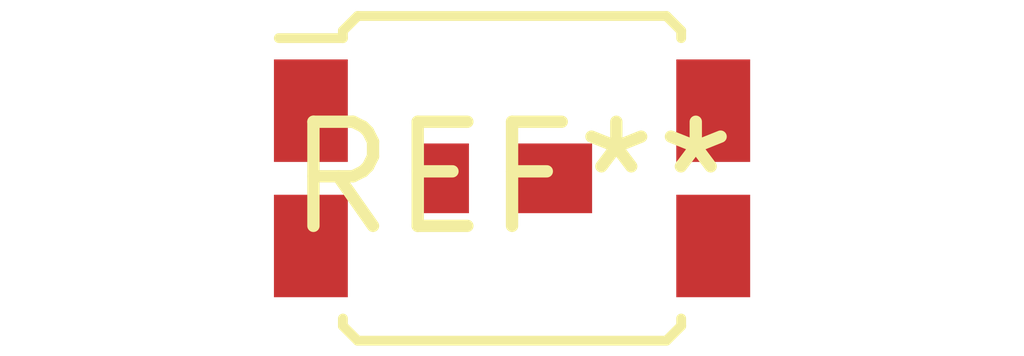
<source format=kicad_pcb>
(kicad_pcb (version 20240108) (generator pcbnew)
  (layers (0 "F.Cu" signal) (31 "B.Cu" signal) (34 "B.Paste" user) (35 "F.Paste" user) (36 "B.SilkS" user "B.Silkscreen") (37 "F.SilkS" user "F.Silkscreen") (38 "B.Mask" user) (39 "F.Mask" user) (44 "Edge.Cuts" user))
  (net 0 "")
  (footprint "DirectFET_SQ" (layer "F.Cu") (at 0 0)
    (property "Reference" "REF**")
    (property "Value" "DirectFET_SQ")
    (fp_line (start -2.84 -1.71) (end -2.06 -1.71) (layer "F.SilkS") (stroke (width 0.12)))
    (fp_line (start -2.06 -1.8) (end -1.88 -1.98) (layer "F.SilkS") (stroke (width 0.12)))
    (fp_line (start -2.06 -1.71) (end -2.06 -1.8) (layer "F.SilkS") (stroke (width 0.12)))
    (fp_line (start -2.06 1.71) (end -2.06 1.8) (layer "F.SilkS") (stroke (width 0.12)))
    (fp_line (start -2.06 1.8) (end -1.88 1.98) (layer "F.SilkS") (stroke (width 0.12)))
    (fp_line (start -1.88 -1.98) (end 1.88 -1.98) (layer "F.SilkS") (stroke (width 0.12)))
    (fp_line (start -1.88 1.98) (end 1.88 1.98) (layer "F.SilkS") (stroke (width 0.12)))
    (fp_line (start 2.06 -1.8) (end 1.88 -1.98) (layer "F.SilkS") (stroke (width 0.12)))
    (fp_line (start 2.06 -1.71) (end 2.06 -1.8) (layer "F.SilkS") (stroke (width 0.12)))
    (fp_line (start 2.06 1.71) (end 2.06 1.8) (layer "F.SilkS") (stroke (width 0.12)))
    (fp_line (start 2.06 1.8) (end 1.88 1.98) (layer "F.SilkS") (stroke (width 0.12)))
    (pad "1" smd rect (at -2.45 -0.825) (size 0.9 1.25) (layers "F.Cu" "F.Paste" "F.Mask"))
    (pad "1" smd rect (at -2.45 0.825) (size 0.9 1.25) (layers "F.Cu" "F.Paste" "F.Mask"))
    (pad "1" smd rect (at 2.45 -0.825) (size 0.9 1.25) (layers "F.Cu" "F.Paste" "F.Mask"))
    (pad "1" smd rect (at 2.45 0.825) (size 0.9 1.25) (layers "F.Cu" "F.Paste" "F.Mask"))
    (pad "2" smd rect (at -0.8 0) (size 0.55 0.85) (layers "F.Cu" "F.Paste" "F.Mask"))
    (pad "3" smd rect (at 0.5 0) (size 0.95 0.85) (layers "F.Cu" "F.Paste" "F.Mask"))
  )
)
</source>
